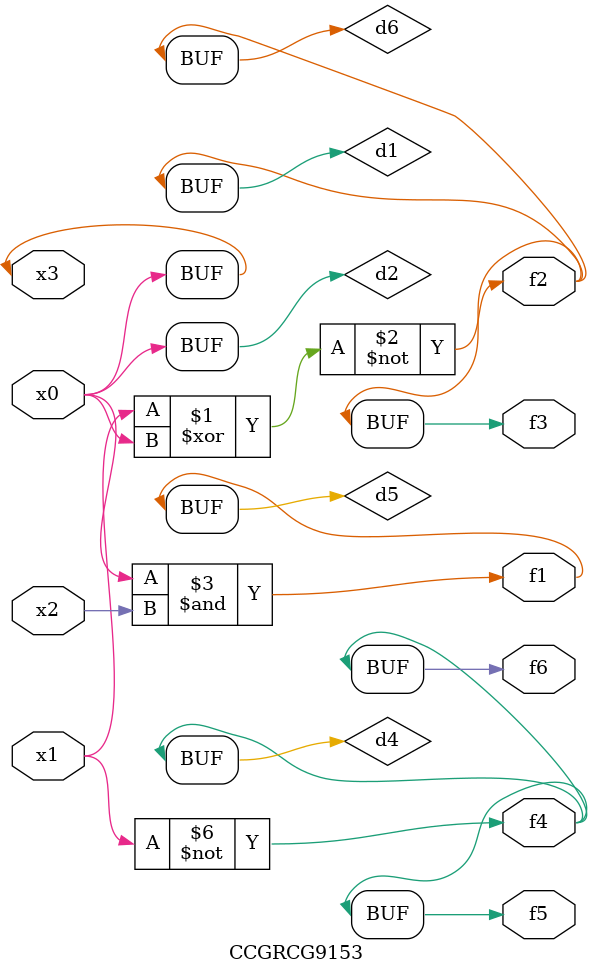
<source format=v>
module CCGRCG9153(
	input x0, x1, x2, x3,
	output f1, f2, f3, f4, f5, f6
);

	wire d1, d2, d3, d4, d5, d6;

	xnor (d1, x1, x3);
	buf (d2, x0, x3);
	nand (d3, x0, x2);
	not (d4, x1);
	nand (d5, d3);
	or (d6, d1);
	assign f1 = d5;
	assign f2 = d6;
	assign f3 = d6;
	assign f4 = d4;
	assign f5 = d4;
	assign f6 = d4;
endmodule

</source>
